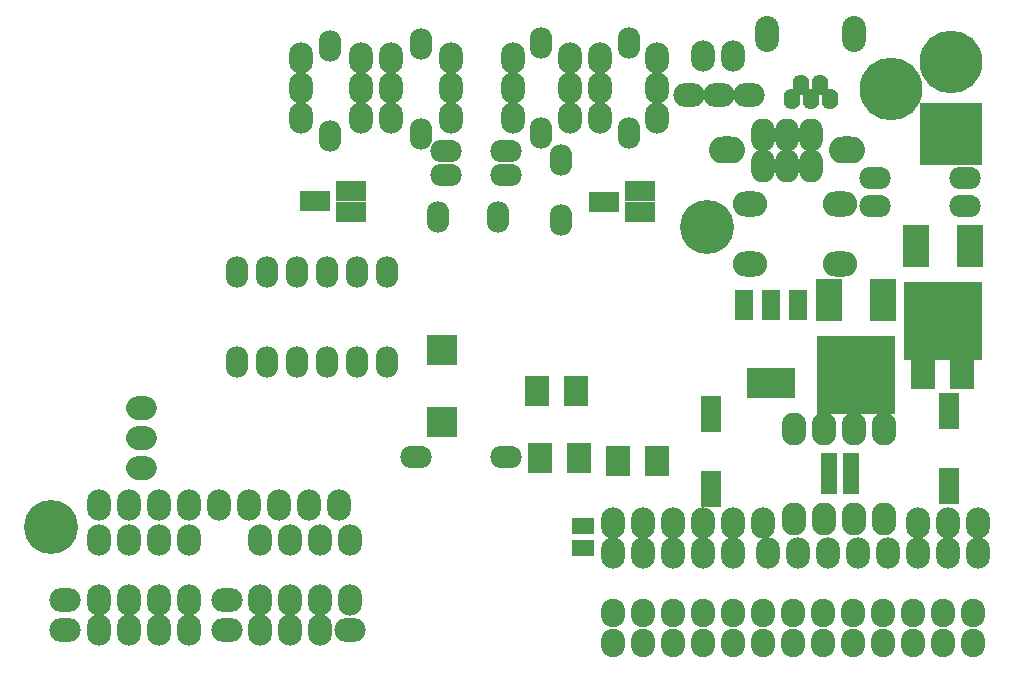
<source format=gbs>
G04 (created by PCBNEW-RS274X (2012-01-19 BZR 3256)-stable) date 13/12/2555 19:20:38*
G01*
G70*
G90*
%MOIN*%
G04 Gerber Fmt 3.4, Leading zero omitted, Abs format*
%FSLAX34Y34*%
G04 APERTURE LIST*
%ADD10C,0.006000*%
%ADD11O,0.080000X0.105000*%
%ADD12C,0.209000*%
%ADD13R,0.209000X0.209000*%
%ADD14O,0.075000X0.105000*%
%ADD15O,0.105000X0.080000*%
%ADD16O,0.115000X0.084000*%
%ADD17O,0.080000X0.110000*%
%ADD18O,0.120000X0.090000*%
%ADD19O,0.079100X0.120000*%
%ADD20O,0.055400X0.070000*%
%ADD21O,0.105000X0.075000*%
%ADD22R,0.164000X0.100000*%
%ADD23R,0.060000X0.100000*%
%ADD24C,0.080000*%
%ADD25R,0.098700X0.098700*%
%ADD26O,0.080000X0.095000*%
%ADD27R,0.100000X0.065000*%
%ADD28C,0.180000*%
%ADD29O,0.082000X0.110000*%
%ADD30R,0.080000X0.100000*%
%ADD31R,0.055000X0.075000*%
%ADD32R,0.075000X0.055000*%
%ADD33R,0.067200X0.118400*%
%ADD34R,0.085000X0.140000*%
%ADD35R,0.260000X0.260000*%
G04 APERTURE END LIST*
G54D10*
G54D11*
X68100Y-46186D03*
X67100Y-46186D03*
X66100Y-46186D03*
X65100Y-46186D03*
G54D12*
X71218Y-29796D03*
G54D13*
X71218Y-32196D03*
G54D12*
X69218Y-30696D03*
G54D14*
X54113Y-34965D03*
X56113Y-34965D03*
G54D15*
X41678Y-48737D03*
X41678Y-47737D03*
G54D16*
X67501Y-34540D03*
X67501Y-36540D03*
X64501Y-34540D03*
X64501Y-36540D03*
G54D17*
X66549Y-32246D03*
X66549Y-33266D03*
X65749Y-32246D03*
X65749Y-33266D03*
X64949Y-32246D03*
X64949Y-33266D03*
G54D18*
X63749Y-32756D03*
X67749Y-32756D03*
G54D11*
X48186Y-45737D03*
X49186Y-45737D03*
X50186Y-45737D03*
X51186Y-45737D03*
G54D15*
X47064Y-48745D03*
X47064Y-47745D03*
G54D19*
X65083Y-28867D03*
X67996Y-28867D03*
G54D20*
X66854Y-30580D03*
X66224Y-30580D03*
X66539Y-31052D03*
X65909Y-31052D03*
X67169Y-31052D03*
G54D21*
X71678Y-33682D03*
X68678Y-33682D03*
X54365Y-33565D03*
X56365Y-33565D03*
X68666Y-34599D03*
X71666Y-34599D03*
G54D11*
X59521Y-29693D03*
X59521Y-30693D03*
X59521Y-31693D03*
X58521Y-29693D03*
X58521Y-30693D03*
X58521Y-31693D03*
G54D15*
X64470Y-30910D03*
X63470Y-30910D03*
X62470Y-30910D03*
G54D21*
X56385Y-42985D03*
X53385Y-42985D03*
G54D11*
X63960Y-29600D03*
X62960Y-29600D03*
G54D14*
X52423Y-36816D03*
X47423Y-36816D03*
X47423Y-39808D03*
X52423Y-39808D03*
X51423Y-39808D03*
X50423Y-39808D03*
X49423Y-39808D03*
X48423Y-39808D03*
X51423Y-36816D03*
X50423Y-36816D03*
X49423Y-36816D03*
X48423Y-36816D03*
G54D22*
X65214Y-40521D03*
G54D23*
X65214Y-37921D03*
X66114Y-37921D03*
X64314Y-37921D03*
G54D11*
X42804Y-44564D03*
X43804Y-44564D03*
X44804Y-44564D03*
X45804Y-44564D03*
X46804Y-44564D03*
X47804Y-44564D03*
X48804Y-44564D03*
X49804Y-44564D03*
X50804Y-44564D03*
X49533Y-31693D03*
X49533Y-30693D03*
X49533Y-29693D03*
X54540Y-31690D03*
X54540Y-30690D03*
X54540Y-29690D03*
X56603Y-31682D03*
X56603Y-30682D03*
X56603Y-29682D03*
X61422Y-31686D03*
X61422Y-30686D03*
X61422Y-29686D03*
G54D24*
X44112Y-41361D02*
X44362Y-41361D01*
X44112Y-42361D02*
X44362Y-42361D01*
X44112Y-43361D02*
X44362Y-43361D01*
G54D25*
X54238Y-39407D03*
X54238Y-41807D03*
G54D14*
X58217Y-33068D03*
X58217Y-35068D03*
G54D21*
X54376Y-32767D03*
X56376Y-32767D03*
G54D11*
X52537Y-29693D03*
X52537Y-30693D03*
X52537Y-31693D03*
X51537Y-29690D03*
X51537Y-30690D03*
X51537Y-31690D03*
X59962Y-45186D03*
X60962Y-45186D03*
X61962Y-45186D03*
X62962Y-45186D03*
X63962Y-45186D03*
X64962Y-45186D03*
X59962Y-46186D03*
X60962Y-46186D03*
X61962Y-46186D03*
X62962Y-46186D03*
X63962Y-46186D03*
X51186Y-47737D03*
G54D15*
X51186Y-48737D03*
G54D11*
X50186Y-47737D03*
X50186Y-48737D03*
X49186Y-47737D03*
X49186Y-48737D03*
X48186Y-47737D03*
X48186Y-48737D03*
X42800Y-45737D03*
X43800Y-45737D03*
X44800Y-45737D03*
X45800Y-45737D03*
X45800Y-47737D03*
X45800Y-48737D03*
X44800Y-47737D03*
X44800Y-48737D03*
X43800Y-47737D03*
X43800Y-48737D03*
X42800Y-47737D03*
X42800Y-48737D03*
G54D26*
X59949Y-49169D03*
X60949Y-49169D03*
X60949Y-48169D03*
X61949Y-49169D03*
X61949Y-48169D03*
X62949Y-48169D03*
X63949Y-49169D03*
X63949Y-48169D03*
X64949Y-49169D03*
X64949Y-48169D03*
X65949Y-48169D03*
X66949Y-49169D03*
X66949Y-48169D03*
X68949Y-48169D03*
X69949Y-48169D03*
X70949Y-48169D03*
X71949Y-48169D03*
X71949Y-48169D03*
X71949Y-49169D03*
X70949Y-48169D03*
X70949Y-49169D03*
X69949Y-48169D03*
X69949Y-49169D03*
X68949Y-48169D03*
X68949Y-49169D03*
X67949Y-48169D03*
X67949Y-49169D03*
X66949Y-48169D03*
X66949Y-49169D03*
X65949Y-48169D03*
X65949Y-49169D03*
X64949Y-48169D03*
X64949Y-49169D03*
X63949Y-48169D03*
X63949Y-49169D03*
X62949Y-48169D03*
X62949Y-49169D03*
X61949Y-48169D03*
X61949Y-49169D03*
X60949Y-48169D03*
X60949Y-49169D03*
X59949Y-48169D03*
X59949Y-49169D03*
G54D27*
X60837Y-34827D03*
X60837Y-34127D03*
X59637Y-34477D03*
X51219Y-34807D03*
X51219Y-34107D03*
X50019Y-34457D03*
G54D28*
X63068Y-35308D03*
X41218Y-45308D03*
G54D29*
X65974Y-45056D03*
X66974Y-45056D03*
X67974Y-45056D03*
X68974Y-45056D03*
X68974Y-42056D03*
X67974Y-42056D03*
X66974Y-42056D03*
X65974Y-42056D03*
G54D14*
X60470Y-32182D03*
X60470Y-29182D03*
X57552Y-32170D03*
X57552Y-29170D03*
X53544Y-32217D03*
X53544Y-29217D03*
X50509Y-32268D03*
X50509Y-29268D03*
G54D30*
X57522Y-43008D03*
X58822Y-43008D03*
X57401Y-40777D03*
X58701Y-40777D03*
X60112Y-43113D03*
X61412Y-43113D03*
X71592Y-40225D03*
X70292Y-40225D03*
G54D31*
X67145Y-43862D03*
X67895Y-43862D03*
X67142Y-43198D03*
X67892Y-43198D03*
G54D32*
X58954Y-45267D03*
X58954Y-46017D03*
G54D11*
X72100Y-45186D03*
X71100Y-45186D03*
X70100Y-45186D03*
G54D33*
X71151Y-41459D03*
X71151Y-43959D03*
X63206Y-44038D03*
X63206Y-41538D03*
G54D34*
X67144Y-37749D03*
G54D35*
X68044Y-40249D03*
G54D34*
X68944Y-37749D03*
X70038Y-35949D03*
G54D35*
X70938Y-38449D03*
G54D34*
X71838Y-35949D03*
G54D11*
X72097Y-46191D03*
X71097Y-46191D03*
X70097Y-46191D03*
X69097Y-46191D03*
M02*

</source>
